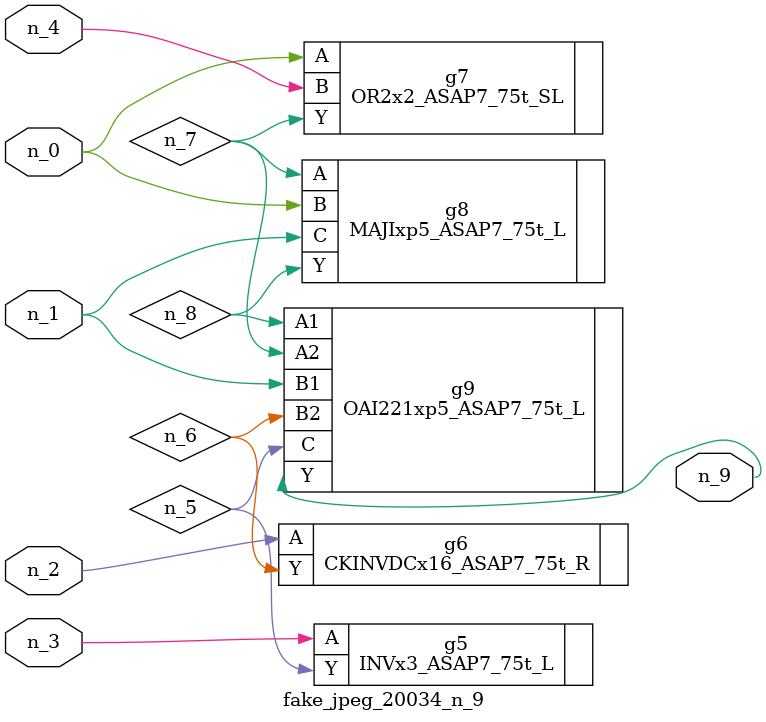
<source format=v>
module fake_jpeg_20034_n_9 (n_3, n_2, n_1, n_0, n_4, n_9);

input n_3;
input n_2;
input n_1;
input n_0;
input n_4;

output n_9;

wire n_8;
wire n_6;
wire n_5;
wire n_7;

INVx3_ASAP7_75t_L g5 ( 
.A(n_3),
.Y(n_5)
);

CKINVDCx16_ASAP7_75t_R g6 ( 
.A(n_2),
.Y(n_6)
);

OR2x2_ASAP7_75t_SL g7 ( 
.A(n_0),
.B(n_4),
.Y(n_7)
);

MAJIxp5_ASAP7_75t_L g8 ( 
.A(n_7),
.B(n_0),
.C(n_1),
.Y(n_8)
);

OAI221xp5_ASAP7_75t_L g9 ( 
.A1(n_8),
.A2(n_7),
.B1(n_1),
.B2(n_6),
.C(n_5),
.Y(n_9)
);


endmodule
</source>
